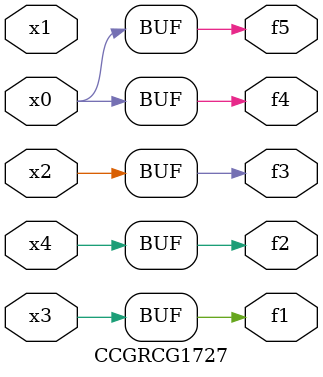
<source format=v>
module CCGRCG1727(
	input x0, x1, x2, x3, x4,
	output f1, f2, f3, f4, f5
);
	assign f1 = x3;
	assign f2 = x4;
	assign f3 = x2;
	assign f4 = x0;
	assign f5 = x0;
endmodule

</source>
